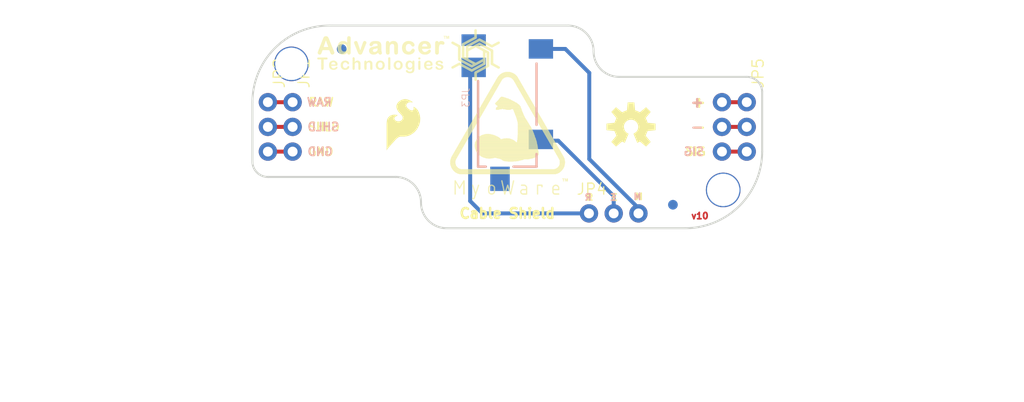
<source format=kicad_pcb>
(kicad_pcb (version 20211014) (generator pcbnew)
  (layers (0 "F.Cu" signal) (1 "In1.Cu" signal) (2 "In2.Cu" signal) (3 "In3.Cu" signal) (4 "In4.Cu" signal) (5 "In5.Cu" signal) (6 "In6.Cu" signal) (7 "In7.Cu" signal) (8 "In8.Cu" signal) (9 "In9.Cu" signal) (10 "In10.Cu" signal) (11 "In11.Cu" signal) (12 "In12.Cu" signal) (13 "In13.Cu" signal) (14 "In14.Cu" signal) (31 "B.Cu" signal) (34 "B.Paste" user) (35 "F.Paste" user) (36 "B.SilkS" user "B.Silkscreen") (37 "F.SilkS" user "F.Silkscreen") (38 "B.Mask" user) (39 "F.Mask" user) (44 "Edge.Cuts" user))
  (net 0 "")
  (net 1 "SHIELD")
  (net 2 "RAW")
  (net 3 "MID")
  (net 4 "END")
  (net 5 "VREF")
  (net 6 "SIG")
  (net 7 "GND")
  (net 8 "N$1")
  (net 9 "N$2")
  (net 10 "VCC")
  (footprint "boardEagle:1X03_NO_SILK" (layer "F.Cu") (at 170.535599 102.463599 -90)
    (fp_text reference "JP6" hide)
    (fp_text value "Power" hide)
    (pad "1" thru_hole circle (at 0 0) (size 1.8796 1.8796) (drill 1.016) (layers *.Cu *.Mask) (net 10 "VCC"))
    (pad "2" thru_hole circle (at 2.54 0) (size 1.8796 1.8796) (drill 1.016) (layers *.Cu *.Mask) (net 7 "GND"))
    (pad "3" thru_hole circle (at 5.08 0) (size 1.8796 1.8796) (drill 1.016) (layers *.Cu *.Mask) (net 6 "SIG"))
  )
  (footprint "boardEagle:1X03_NO_SILK" (layer "F.Cu") (at 173.075599 102.463599 -90)
    (fp_text reference "JP5" (at -1.3462 -1.8288 -90) (layer "F.SilkS") (effects (font (size 1.143 1.143) (thickness 0.127)) (justify left bottom)))
    (fp_text value "Power")
    (pad "1" thru_hole circle (at 0 0) (size 1.8796 1.8796) (drill 1.016) (layers *.Cu *.Mask) (net 10 "VCC"))
    (pad "2" thru_hole circle (at 2.54 0) (size 1.8796 1.8796) (drill 1.016) (layers *.Cu *.Mask) (net 7 "GND"))
    (pad "3" thru_hole circle (at 5.08 0) (size 1.8796 1.8796) (drill 1.016) (layers *.Cu *.Mask) (net 6 "SIG"))
  )
  (footprint "boardEagle:1X03_NO_SILK" (layer "F.Cu") (at 156.883099 113.893599)
    (fp_text reference "JP4" (at -1.3462 -1.8288) (layer "F.SilkS") (effects (font (size 1.143 1.143) (thickness 0.127)) (justify left bottom)))
    (fp_text value "Power")
    (pad "1" thru_hole circle (at 0 0 90) (size 1.8796 1.8796) (drill 1.016) (layers *.Cu *.Mask) (net 5 "VREF"))
    (pad "2" thru_hole circle (at 2.54 0 90) (size 1.8796 1.8796) (drill 1.016) (layers *.Cu *.Mask) (net 4 "END"))
    (pad "3" thru_hole circle (at 5.08 0 90) (size 1.8796 1.8796) (drill 1.016) (layers *.Cu *.Mask) (net 3 "MID"))
  )
  (footprint "boardEagle:1X03_NO_SILK" (layer "F.Cu") (at 126.466599 102.463599 -90)
    (fp_text reference "JP1" (at -1.3462 -1.8288 -90) (layer "F.SilkS") (effects (font (size 1.143 1.143) (thickness 0.127)) (justify left bottom)))
    (fp_text value "Power")
    (pad "1" thru_hole circle (at 0 0) (size 1.8796 1.8796) (drill 1.016) (layers *.Cu *.Mask) (net 2 "RAW"))
    (pad "2" thru_hole circle (at 2.54 0) (size 1.8796 1.8796) (drill 1.016) (layers *.Cu *.Mask) (net 1 "SHIELD"))
    (pad "3" thru_hole circle (at 5.08 0) (size 1.8796 1.8796) (drill 1.016) (layers *.Cu *.Mask) (net 7 "GND"))
  )
  (footprint "boardEagle:1X03_NO_SILK" (layer "F.Cu") (at 123.926599 102.463599 -90)
    (fp_text reference "JP2" (at -1.3462 -1.8288 -90) (layer "F.SilkS") (effects (font (size 1.143 1.143) (thickness 0.127)) (justify left bottom)))
    (fp_text value "Power")
    (pad "1" thru_hole circle (at 0 0) (size 1.8796 1.8796) (drill 1.016) (layers *.Cu *.Mask) (net 2 "RAW"))
    (pad "2" thru_hole circle (at 2.54 0) (size 1.8796 1.8796) (drill 1.016) (layers *.Cu *.Mask) (net 1 "SHIELD"))
    (pad "3" thru_hole circle (at 5.08 0) (size 1.8796 1.8796) (drill 1.016) (layers *.Cu *.Mask) (net 7 "GND"))
  )
  (footprint "boardEagle:ADVANCER_LOGO" (layer "F.Cu") (at 135.413749 97.777299)
    (fp_text reference "U$6" hide)
    (fp_text value "" hide)
  )
  (footprint "boardEagle:STAND-OFF" (layer "F.Cu") (at 170.662599 111.480599)
    (fp_text reference "STANDOFF2" hide)
    (fp_text value "STAND-OFF" hide)
    (pad "" np_thru_hole circle (at 0 0) (size 3.302 3.302) (drill 3.302) (layers *.Cu *.Mask))
  )
  (footprint "boardEagle:STAND-OFF" (layer "F.Cu") (at 126.339599 98.526599)
    (fp_text reference "STANDOFF1" hide)
    (fp_text value "STAND-OFF" hide)
    (pad "" np_thru_hole circle (at 0 0) (size 3.302 3.302) (drill 3.302) (layers *.Cu *.Mask))
  )
  (footprint "boardEagle:OSHW-LOGO-M" (layer "F.Cu") (at 161.201099 105.003599)
    (fp_text reference "LOGO2" hide)
    (fp_text value "OSHW-LOGOM" hide)
  )
  (footprint "boardEagle:CREATIVE_COMMONS" (layer "F.Cu") (at 116.751099 130.403599)
    (fp_text reference "FRAME1" hide)
    (fp_text value "FRAME-LETTER" hide)
  )
  (footprint "boardEagle:SFE_LOGO_FLAME_.2" (layer "F.Cu") (at 135.801099 107.543599)
    (fp_text reference "LOGO1" hide)
    (fp_text value "SFE_LOGO_FLAME.2_INCH" hide)
  )
  (footprint "boardEagle:MYOWARE_LOGO" (layer "F.Cu") (at 148.501099 105.892599)
    (fp_text reference "LOGO0" hide)
    (fp_text value "" hide)
  )
  (footprint "boardEagle:SPIRAL_LOGO_60%" (layer "F.Cu") (at 145.287999 97.624899)
    (fp_text reference "SPIRAL0" hide)
    (fp_text value "" hide)
  )
  (footprint "boardEagle:FIDUCIAL-1X2" (layer "B.Cu") (at 131.501099 97.003599 180)
    (fp_text reference "FID2" hide)
    (fp_text value "FIDUCIAL1X2" hide)
    (pad "1" smd roundrect (at 0 0 180) (size 1 1) (layers "B.Cu" "B.Mask") (roundrect_rratio 0.5))
  )
  (footprint "boardEagle:AUDIO-JACK-3.5MM-SMD" (layer "B.Cu") (at 148.501099 94.589599 -90)
    (fp_text reference "JP3" (at 6.35 3.81 90) (layer "B.SilkS") (effects (font (size 0.747776 0.747776) (thickness 0.065024)) (justify left bottom mirror)))
    (fp_text value "3.5mm Jack")
    (pad "" np_thru_hole circle (at 10.5 0 270) (size 2 2) (drill 2) (layers *.Cu *.Mask))
    (pad "" np_thru_hole circle (at 3.5 0 270) (size 2 2) (drill 2) (layers *.Cu *.Mask))
    (pad "RING" smd rect (at 4.3 3.45 270) (size 2 2.5) (layers "B.Cu" "B.Paste" "B.Mask") (net 5 "VREF"))
    (pad "RSH" smd rect (at 1.5 3.45 90) (size 1.2 2.5) (layers "B.Cu" "B.Paste" "B.Mask"))
    (pad "SLEEVE" smd rect (at 2.4 -3.45 270) (size 2 2.5) (layers "B.Cu" "B.Paste" "B.Mask") (net 3 "MID"))
    (pad "TIP" smd rect (at 11.7 -3.45 270) (size 2 2.5) (layers "B.Cu" "B.Paste" "B.Mask") (net 4 "END"))
    (pad "TSH" smd rect (at 15.75 0.75 180) (size 2 2.5) (layers "B.Cu" "B.Paste" "B.Mask"))
  )
  (footprint "boardEagle:FIDUCIAL-1X2" (layer "B.Cu") (at 165.501099 113.003599 180)
    (fp_text reference "FID1" hide)
    (fp_text value "FIDUCIAL1X2" hide)
    (pad "1" smd roundrect (at 0 0 180) (size 1 1) (layers "B.Cu" "B.Mask") (roundrect_rratio 0.5))
  )
  (gr_arc (start 174.6631 107.543598) (mid 172.325109 113.124509) (end 166.725599 115.417599) (layer "Edge.Cuts") (width 0.2032))
  (gr_line (start 154.755849 94.589599) (end 130.276599 94.589599) (layer "Edge.Cuts") (width 0.2032))
  (gr_arc (start 122.339099 102.463599) (mid 124.677091 96.882689) (end 130.2766 94.5896) (layer "Edge.Cuts") (width 0.2032))
  (gr_line (start 123.990099 110.147099) (end 137.039349 110.147099) (layer "Edge.Cuts") (width 0.2032))
  (gr_line (start 173.012099 99.860099) (end 159.962849 99.860099) (layer "Edge.Cuts") (width 0.2032))
  (gr_arc (start 137.039349 110.147099) (mid 138.880302 110.909646) (end 139.642849 112.750599) (layer "Edge.Cuts") (width 0.2032))
  (gr_line (start 174.663099 101.384099) (end 174.663099 107.543599) (layer "Edge.Cuts") (width 0.2032))
  (gr_arc (start 173.012099 99.860099) (mid 174.15323 100.280166) (end 174.663099 101.384099) (layer "Edge.Cuts") (width 0.2032))
  (gr_line (start 122.339099 108.623099) (end 122.339099 102.463599) (layer "Edge.Cuts") (width 0.2032))
  (gr_arc (start 142.246349 115.417599) (mid 140.392245 114.623302) (end 139.642849 112.750599) (layer "Edge.Cuts") (width 0.2032))
  (gr_arc (start 154.755849 94.589599) (mid 156.609953 95.383896) (end 157.359349 97.256599) (layer "Edge.Cuts") (width 0.2032))
  (gr_arc (start 123.990099 110.147099) (mid 122.848968 109.727032) (end 122.339099 108.623099) (layer "Edge.Cuts") (width 0.2032))
  (gr_line (start 142.246349 115.417599) (end 166.725599 115.417599) (layer "Edge.Cuts") (width 0.2032))
  (gr_arc (start 159.962849 99.860099) (mid 158.121896 99.097552) (end 157.359349 97.256599) (layer "Edge.Cuts") (width 0.2032))
  (gr_text "v10" (at 167.297099 114.528599) (layer "F.Cu") (effects (font (size 0.65024 0.65024) (thickness 0.16256)) (justify left bottom)))
  (gr_text "E" (at 159.353249 112.623599) (layer "B.SilkS") (effects (font (size 0.65024 0.65024) (thickness 0.16256)) (justify bottom mirror)))
  (gr_text "GND" (at 127.895349 107.543599) (layer "B.SilkS") (effects (font (size 0.84328 0.84328) (thickness 0.17272)) (justify right mirror)))
  (gr_text "SIG" (at 168.789349 107.543599) (layer "B.SilkS") (effects (font (size 0.84328 0.84328) (thickness 0.17272)) (justify left mirror)))
  (gr_text "R" (at 156.800549 112.623599) (layer "B.SilkS") (effects (font (size 0.65024 0.65024) (thickness 0.16256)) (justify bottom mirror)))
  (gr_text "M" (at 161.855149 112.560099) (layer "B.SilkS") (effects (font (size 0.65024 0.65024) (thickness 0.16256)) (justify bottom mirror)))
  (gr_text "RAW" (at 127.831849 102.463599) (layer "B.SilkS") (effects (font (size 0.84328 0.84328) (thickness 0.17272)) (justify right mirror)))
  (gr_text "+" (at 168.789349 102.463599) (layer "B.SilkS") (effects (font (size 1.016 1.016) (thickness 0.254)) (justify left mirror)))
  (gr_text "SHLD" (at 127.895349 105.003599) (layer "B.SilkS") (effects (font (size 0.84328 0.84328) (thickness 0.17272)) (justify right mirror)))
  (gr_text "-" (at 168.789349 105.003599) (layer "B.SilkS") (effects (font (size 1.0541 1.0541) (thickness 0.2159)) (justify left mirror)))
  (gr_text "+" (at 168.979849 102.463599) (layer "F.SilkS") (effects (font (size 1.016 1.016) (thickness 0.254)) (justify right)))
  (gr_text "E" (at 159.518349 112.623599) (layer "F.SilkS") (effects (font (size 0.65024 0.65024) (thickness 0.16256)) (justify bottom)))
  (gr_text "R" (at 156.965649 112.623599) (layer "F.SilkS") (effects (font (size 0.65024 0.65024) (thickness 0.16256)) (justify bottom)))
  (gr_text "SHLD" (at 127.958849 105.003599) (layer "F.SilkS") (effects (font (size 0.84328 0.84328) (thickness 0.17272)) (justify left)))
  (gr_text "RAW" (at 128.022349 102.463599) (layer "F.SilkS") (effects (font (size 0.84328 0.84328) (thickness 0.17272)) (justify left)))
  (gr_text "GND" (at 127.958849 107.543599) (layer "F.SilkS") (effects (font (size 0.84328 0.84328) (thickness 0.17272)) (justify left)))
  (gr_text "M" (at 162.020249 112.560099) (layer "F.SilkS") (effects (font (size 0.65024 0.65024) (thickness 0.16256)) (justify bottom)))
  (gr_text "SIG" (at 168.979849 107.543599) (layer "F.SilkS") (effects (font (size 0.84328 0.84328) (thickness 0.17272)) (justify right)))
  (gr_text "Cable Shield" (at 148.501099 113.893599) (layer "F.SilkS") (effects (font (size 1.016 1.016) (thickness 0.254))))
  (gr_text "-" (at 168.979849 105.003599) (layer "F.SilkS") (effects (font (size 1.0541 1.0541) (thickness 0.2159)) (justify right)))
  (segment (start 123.926599 105.003599) (end 126.466599 105.003599) (width 0.4064) (layer "F.Cu") (net 1))
  (segment (start 123.926599 102.463599) (end 126.466599 102.463599) (width 0.4064) (layer "F.Cu") (net 2))
  (segment (start 156.914849 99.447349) (end 156.914849 108.305599) (width 0.4064) (layer "B.Cu") (net 3))
  (segment (start 154.457099 96.989599) (end 156.914849 99.447349) (width 0.4064) (layer "B.Cu") (net 3))
  (segment (start 156.914849 108.305599) (end 161.963099 113.353849) (width 0.4064) (layer "B.Cu") (net 3))
  (segment (start 151.951099 96.989599) (end 154.457099 96.989599) (width 0.4064) (layer "B.Cu") (net 3))
  (segment (start 161.963099 113.893599) (end 161.963099 113.353849) (width 0.4064) (layer "B.Cu") (net 3))
  (segment (start 159.423099 113.893599) (end 159.423099 112.115599) (width 0.4064) (layer "B.Cu") (net 4))
  (segment (start 151.951099 106.418599) (end 151.951099 106.289599) (width 0.4064) (layer "B.Cu") (net 4))
  (segment (start 159.423099 112.115599) (end 153.726099 106.418599) (width 0.4064) (layer "B.Cu") (net 4))
  (segment (start 153.726099 106.418599) (end 151.951099 106.418599) (width 0.4064) (layer "B.Cu") (net 4))
  (segment (start 156.883099 113.893599) (end 145.961099 113.893599) (width 0.4064) (layer "B.Cu") (net 5))
  (segment (start 144.691099 99.028599) (end 144.830099 98.889599) (width 0.4064) (layer "B.Cu") (net 5))
  (segment (start 144.830099 98.889599) (end 145.051099 98.889599) (width 0.4064) (layer "B.Cu") (net 5))
  (segment (start 144.691099 112.623599) (end 144.691099 99.028599) (width 0.4064) (layer "B.Cu") (net 5))
  (segment (start 145.961099 113.893599) (end 144.691099 112.623599) (width 0.4064) (layer "B.Cu") (net 5))
  (segment (start 170.535599 107.543599) (end 173.075599 107.543599) (width 0.4064) (layer "F.Cu") (net 6))
  (segment (start 170.535599 105.003599) (end 173.075599 105.003599) (width 0.4064) (layer "F.Cu") (net 7))
  (segment (start 123.926599 107.543599) (end 126.466599 107.543599) (width 0.4064) (layer "F.Cu") (net 7))
  (via (at 126.339599 98.526599) (size 3.556) (drill 3.302) (layers "F.Cu" "B.Cu") (net 8))
  (via (at 170.662599 111.480599) (size 3.556) (drill 3.302) (layers "F.Cu" "B.Cu") (net 9))
  (segment (start 170.535599 102.463599) (end 173.075599 102.463599) (width 0.4064) (layer "F.Cu") (net 10))
)
</source>
